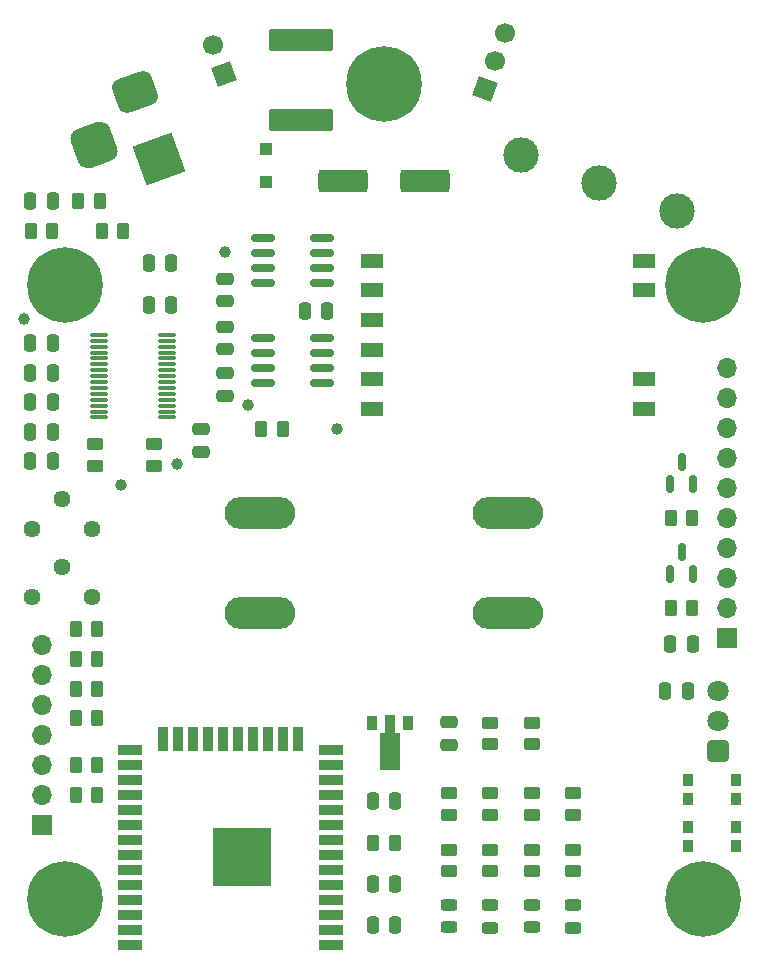
<source format=gbr>
%TF.GenerationSoftware,KiCad,Pcbnew,(6.0.0-0)*%
%TF.CreationDate,2022-04-04T00:05:15-05:00*%
%TF.ProjectId,SmartNeonPSU,536d6172-744e-4656-9f6e-5053552e6b69,rev?*%
%TF.SameCoordinates,Original*%
%TF.FileFunction,Soldermask,Top*%
%TF.FilePolarity,Negative*%
%FSLAX46Y46*%
G04 Gerber Fmt 4.6, Leading zero omitted, Abs format (unit mm)*
G04 Created by KiCad (PCBNEW (6.0.0-0)) date 2022-04-04 00:05:15*
%MOMM*%
%LPD*%
G01*
G04 APERTURE LIST*
G04 Aperture macros list*
%AMRoundRect*
0 Rectangle with rounded corners*
0 $1 Rounding radius*
0 $2 $3 $4 $5 $6 $7 $8 $9 X,Y pos of 4 corners*
0 Add a 4 corners polygon primitive as box body*
4,1,4,$2,$3,$4,$5,$6,$7,$8,$9,$2,$3,0*
0 Add four circle primitives for the rounded corners*
1,1,$1+$1,$2,$3*
1,1,$1+$1,$4,$5*
1,1,$1+$1,$6,$7*
1,1,$1+$1,$8,$9*
0 Add four rect primitives between the rounded corners*
20,1,$1+$1,$2,$3,$4,$5,0*
20,1,$1+$1,$4,$5,$6,$7,0*
20,1,$1+$1,$6,$7,$8,$9,0*
20,1,$1+$1,$8,$9,$2,$3,0*%
%AMHorizOval*
0 Thick line with rounded ends*
0 $1 width*
0 $2 $3 position (X,Y) of the first rounded end (center of the circle)*
0 $4 $5 position (X,Y) of the second rounded end (center of the circle)*
0 Add line between two ends*
20,1,$1,$2,$3,$4,$5,0*
0 Add two circle primitives to create the rounded ends*
1,1,$1,$2,$3*
1,1,$1,$4,$5*%
%AMRotRect*
0 Rectangle, with rotation*
0 The origin of the aperture is its center*
0 $1 length*
0 $2 width*
0 $3 Rotation angle, in degrees counterclockwise*
0 Add horizontal line*
21,1,$1,$2,0,0,$3*%
%AMFreePoly0*
4,1,9,3.862500,-0.866500,0.737500,-0.866500,0.737500,-0.450000,-0.737500,-0.450000,-0.737500,0.450000,0.737500,0.450000,0.737500,0.866500,3.862500,0.866500,3.862500,-0.866500,3.862500,-0.866500,$1*%
G04 Aperture macros list end*
%ADD10RoundRect,0.250000X-0.262500X-0.450000X0.262500X-0.450000X0.262500X0.450000X-0.262500X0.450000X0*%
%ADD11RoundRect,0.250000X-0.450000X0.262500X-0.450000X-0.262500X0.450000X-0.262500X0.450000X0.262500X0*%
%ADD12C,3.000000*%
%ADD13C,0.800000*%
%ADD14C,6.400000*%
%ADD15RoundRect,0.075000X-0.662500X-0.075000X0.662500X-0.075000X0.662500X0.075000X-0.662500X0.075000X0*%
%ADD16R,0.900000X1.000000*%
%ADD17RoundRect,0.250000X0.262500X0.450000X-0.262500X0.450000X-0.262500X-0.450000X0.262500X-0.450000X0*%
%ADD18RoundRect,0.150000X0.150000X-0.587500X0.150000X0.587500X-0.150000X0.587500X-0.150000X-0.587500X0*%
%ADD19R,0.900000X1.300000*%
%ADD20FreePoly0,270.000000*%
%ADD21RoundRect,0.250000X-0.475000X0.250000X-0.475000X-0.250000X0.475000X-0.250000X0.475000X0.250000X0*%
%ADD22RoundRect,0.250000X0.250000X0.475000X-0.250000X0.475000X-0.250000X-0.475000X0.250000X-0.475000X0*%
%ADD23O,6.000000X2.700000*%
%ADD24C,1.000000*%
%ADD25RoundRect,0.150000X-0.825000X-0.150000X0.825000X-0.150000X0.825000X0.150000X-0.825000X0.150000X0*%
%ADD26RoundRect,0.250200X0.649800X-0.649800X0.649800X0.649800X-0.649800X0.649800X-0.649800X-0.649800X0*%
%ADD27C,1.800000*%
%ADD28RoundRect,0.250000X-0.250000X-0.475000X0.250000X-0.475000X0.250000X0.475000X-0.250000X0.475000X0*%
%ADD29RoundRect,0.243750X0.456250X-0.243750X0.456250X0.243750X-0.456250X0.243750X-0.456250X-0.243750X0*%
%ADD30RoundRect,0.250000X0.450000X-0.262500X0.450000X0.262500X-0.450000X0.262500X-0.450000X-0.262500X0*%
%ADD31C,1.440000*%
%ADD32R,1.700000X1.700000*%
%ADD33O,1.700000X1.700000*%
%ADD34RotRect,1.700000X1.700000X200.000000*%
%ADD35HorizOval,1.700000X0.000000X0.000000X0.000000X0.000000X0*%
%ADD36R,1.910000X1.270000*%
%ADD37RotRect,3.500000X3.500000X290.000000*%
%ADD38RoundRect,0.750000X-1.196208X0.362749X-0.683178X-1.046790X1.196208X-0.362749X0.683178X1.046790X0*%
%ADD39RoundRect,0.875000X-1.121499X0.522963X-0.522963X-1.121499X1.121499X-0.522963X0.522963X1.121499X0*%
%ADD40RoundRect,0.250000X2.475000X-0.712500X2.475000X0.712500X-2.475000X0.712500X-2.475000X-0.712500X0*%
%ADD41RoundRect,0.250000X0.475000X-0.250000X0.475000X0.250000X-0.475000X0.250000X-0.475000X-0.250000X0*%
%ADD42R,2.000000X0.900000*%
%ADD43R,0.900000X2.000000*%
%ADD44R,5.000000X5.000000*%
%ADD45RotRect,1.700000X1.700000X160.000000*%
%ADD46HorizOval,1.700000X0.000000X0.000000X0.000000X0.000000X0*%
%ADD47R,1.100000X1.100000*%
%ADD48RoundRect,0.250000X-1.825000X-0.700000X1.825000X-0.700000X1.825000X0.700000X-1.825000X0.700000X0*%
G04 APERTURE END LIST*
D10*
%TO.C,R23*%
X139587500Y-90450000D03*
X141412500Y-90450000D03*
%TD*%
D11*
%TO.C,R4*%
X159000000Y-115337500D03*
X159000000Y-117162500D03*
%TD*%
D12*
%TO.C,SW3*%
X174773283Y-72049620D03*
X168195435Y-69655479D03*
X161617586Y-67261338D03*
%TD*%
D13*
%TO.C,H4*%
X175302944Y-76602944D03*
X178697056Y-79997056D03*
X178697056Y-76602944D03*
X179400000Y-78300000D03*
X175302944Y-79997056D03*
X177000000Y-80700000D03*
X174600000Y-78300000D03*
X177000000Y-75900000D03*
D14*
X177000000Y-78300000D03*
%TD*%
D15*
%TO.C,U3*%
X125887500Y-82500000D03*
X125887500Y-83000000D03*
X125887500Y-83500000D03*
X125887500Y-84000000D03*
X125887500Y-84500000D03*
X125887500Y-85000000D03*
X125887500Y-85500000D03*
X125887500Y-86000000D03*
X125887500Y-86500000D03*
X125887500Y-87000000D03*
X125887500Y-87500000D03*
X125887500Y-88000000D03*
X125887500Y-88500000D03*
X125887500Y-89000000D03*
X125887500Y-89500000D03*
X131612500Y-89500000D03*
X131612500Y-89000000D03*
X131612500Y-88500000D03*
X131612500Y-88000000D03*
X131612500Y-87500000D03*
X131612500Y-87000000D03*
X131612500Y-86500000D03*
X131612500Y-86000000D03*
X131612500Y-85500000D03*
X131612500Y-85000000D03*
X131612500Y-84500000D03*
X131612500Y-84000000D03*
X131612500Y-83500000D03*
X131612500Y-83000000D03*
X131612500Y-82500000D03*
%TD*%
D10*
%TO.C,R8*%
X123897500Y-107450000D03*
X125722500Y-107450000D03*
%TD*%
D16*
%TO.C,SW2*%
X175700000Y-124200000D03*
X179800000Y-124200000D03*
X179800000Y-125800000D03*
X175700000Y-125800000D03*
%TD*%
D13*
%TO.C,H3*%
X178697056Y-128602944D03*
X175302944Y-128602944D03*
X177000000Y-127900000D03*
X174600000Y-130300000D03*
X175302944Y-131997056D03*
D14*
X177000000Y-130300000D03*
D13*
X178697056Y-131997056D03*
X177000000Y-132700000D03*
X179400000Y-130300000D03*
%TD*%
D17*
%TO.C,R7*%
X125722500Y-121460000D03*
X123897500Y-121460000D03*
%TD*%
D11*
%TO.C,R14*%
X159000000Y-126087500D03*
X159000000Y-127912500D03*
%TD*%
D18*
%TO.C,Q2*%
X174240000Y-95167500D03*
X176140000Y-95167500D03*
X175190000Y-93292500D03*
%TD*%
D19*
%TO.C,U2*%
X152000000Y-115350000D03*
D20*
X150500000Y-115437500D03*
D19*
X149000000Y-115350000D03*
%TD*%
D21*
%TO.C,C4*%
X155500000Y-115300000D03*
X155500000Y-117200000D03*
%TD*%
D11*
%TO.C,R2*%
X155500000Y-121337500D03*
X155500000Y-123162500D03*
%TD*%
D17*
%TO.C,R1*%
X125722500Y-109950000D03*
X123897500Y-109950000D03*
%TD*%
D22*
%TO.C,C3*%
X121950000Y-88200000D03*
X120050000Y-88200000D03*
%TD*%
D23*
%TO.C,J6*%
X160500000Y-97550000D03*
X160500000Y-106050000D03*
%TD*%
D24*
%TO.C,TP6*%
X138500000Y-88450000D03*
%TD*%
D25*
%TO.C,Q4*%
X139775000Y-82795000D03*
X139775000Y-84065000D03*
X139775000Y-85335000D03*
X139775000Y-86605000D03*
X144725000Y-86605000D03*
X144725000Y-85335000D03*
X144725000Y-84065000D03*
X144725000Y-82795000D03*
%TD*%
D26*
%TO.C,U1*%
X178225000Y-117740000D03*
D27*
X178225000Y-115200000D03*
X178225000Y-112660000D03*
%TD*%
D28*
%TO.C,C8*%
X120050000Y-93200000D03*
X121950000Y-93200000D03*
%TD*%
D10*
%TO.C,R19*%
X174277500Y-105660000D03*
X176102500Y-105660000D03*
%TD*%
%TO.C,R6*%
X123897500Y-112450000D03*
X125722500Y-112450000D03*
%TD*%
D11*
%TO.C,R24*%
X130486222Y-91787500D03*
X130486222Y-93612500D03*
%TD*%
D29*
%TO.C,D3*%
X162500000Y-132682725D03*
X162500000Y-130807725D03*
%TD*%
D24*
%TO.C,TP5*%
X136500000Y-75450000D03*
%TD*%
D22*
%TO.C,C11*%
X131950000Y-76450000D03*
X130050000Y-76450000D03*
%TD*%
D30*
%TO.C,R3*%
X162500000Y-123162500D03*
X162500000Y-121337500D03*
%TD*%
D11*
%TO.C,R17*%
X155500000Y-126087500D03*
X155500000Y-127912500D03*
%TD*%
D28*
%TO.C,C7*%
X120050000Y-85700000D03*
X121950000Y-85700000D03*
%TD*%
%TO.C,C14*%
X120050000Y-71200000D03*
X121950000Y-71200000D03*
%TD*%
D11*
%TO.C,R25*%
X125500000Y-91787500D03*
X125500000Y-93612500D03*
%TD*%
D30*
%TO.C,R20*%
X166000000Y-123162500D03*
X166000000Y-121337500D03*
%TD*%
D31*
%TO.C,RV2*%
X120225000Y-104675000D03*
X122765000Y-102135000D03*
X125305000Y-104675000D03*
%TD*%
D17*
%TO.C,R16*%
X121912500Y-73700000D03*
X120087500Y-73700000D03*
%TD*%
D21*
%TO.C,C12*%
X136500000Y-81800000D03*
X136500000Y-83700000D03*
%TD*%
D28*
%TO.C,C10*%
X149050000Y-122000000D03*
X150950000Y-122000000D03*
%TD*%
D29*
%TO.C,D2*%
X166000000Y-132687500D03*
X166000000Y-130812500D03*
%TD*%
D17*
%TO.C,R13*%
X127912500Y-73700000D03*
X126087500Y-73700000D03*
%TD*%
D22*
%TO.C,C20*%
X145200000Y-80450000D03*
X143300000Y-80450000D03*
%TD*%
D24*
%TO.C,TP1*%
X127750000Y-95200000D03*
%TD*%
D23*
%TO.C,J7*%
X139500000Y-106050000D03*
X139500000Y-97550000D03*
%TD*%
D13*
%TO.C,H2*%
X121302944Y-131997056D03*
X124697056Y-128602944D03*
X123000000Y-127900000D03*
X125400000Y-130300000D03*
X123000000Y-132700000D03*
X120600000Y-130300000D03*
X121302944Y-128602944D03*
D14*
X123000000Y-130300000D03*
D13*
X124697056Y-131997056D03*
%TD*%
D32*
%TO.C,J4*%
X121000000Y-124000000D03*
D33*
X121000000Y-121460000D03*
X121000000Y-118920000D03*
X121000000Y-116380000D03*
X121000000Y-113840000D03*
X121000000Y-111300000D03*
X121000000Y-108760000D03*
%TD*%
D11*
%TO.C,R10*%
X162500000Y-115337500D03*
X162500000Y-117162500D03*
%TD*%
D17*
%TO.C,R12*%
X125912500Y-71200000D03*
X124087500Y-71200000D03*
%TD*%
D28*
%TO.C,C18*%
X149050000Y-132500000D03*
X150950000Y-132500000D03*
%TD*%
D10*
%TO.C,R18*%
X174277500Y-98040000D03*
X176102500Y-98040000D03*
%TD*%
%TO.C,R15*%
X149087500Y-125500000D03*
X150912500Y-125500000D03*
%TD*%
D29*
%TO.C,D4*%
X155500000Y-132681414D03*
X155500000Y-130806414D03*
%TD*%
D28*
%TO.C,C9*%
X120050000Y-90700000D03*
X121950000Y-90700000D03*
%TD*%
D34*
%TO.C,J2*%
X136404033Y-60383167D03*
D35*
X135535302Y-57996348D03*
%TD*%
D36*
%TO.C,TR1*%
X149000000Y-76250000D03*
X149000000Y-78750000D03*
X149000000Y-81250000D03*
X149000000Y-83750000D03*
X149000000Y-86250000D03*
X149000000Y-88750000D03*
X172000000Y-88750000D03*
X172000000Y-86250000D03*
X172000000Y-78750000D03*
X172000000Y-76250000D03*
%TD*%
D28*
%TO.C,C13*%
X130050000Y-79988216D03*
X131950000Y-79988216D03*
%TD*%
D22*
%TO.C,C6*%
X121950000Y-83200000D03*
X120050000Y-83200000D03*
%TD*%
D29*
%TO.C,D5*%
X159000000Y-132685346D03*
X159000000Y-130810346D03*
%TD*%
D28*
%TO.C,C5*%
X173785000Y-112660000D03*
X175685000Y-112660000D03*
%TD*%
D37*
%TO.C,J1*%
X130915038Y-67608002D03*
D38*
X128862917Y-61969846D03*
D39*
X125472422Y-66396419D03*
%TD*%
D40*
%TO.C,F1*%
X143000000Y-64337500D03*
X143000000Y-57562500D03*
%TD*%
D24*
%TO.C,TP2*%
X132500000Y-93450000D03*
%TD*%
D41*
%TO.C,C22*%
X134500000Y-92400000D03*
X134500000Y-90500000D03*
%TD*%
D17*
%TO.C,R11*%
X125722500Y-114979974D03*
X123897500Y-114979974D03*
%TD*%
D11*
%TO.C,R22*%
X166000000Y-126087500D03*
X166000000Y-127912500D03*
%TD*%
D13*
%TO.C,H5*%
X147600000Y-61300000D03*
X152400000Y-61300000D03*
X151697056Y-62997056D03*
X151697056Y-59602944D03*
X148302944Y-62997056D03*
D14*
X150000000Y-61300000D03*
D13*
X150000000Y-63700000D03*
X150000000Y-58900000D03*
X148302944Y-59602944D03*
%TD*%
D24*
%TO.C,TP3*%
X119506652Y-81152934D03*
%TD*%
D13*
%TO.C,H1*%
X121302944Y-79997056D03*
X123000000Y-75900000D03*
X124697056Y-79997056D03*
X125400000Y-78300000D03*
X120600000Y-78300000D03*
X124697056Y-76602944D03*
X121302944Y-76602944D03*
X123000000Y-80700000D03*
D14*
X123000000Y-78300000D03*
%TD*%
D11*
%TO.C,R21*%
X162500000Y-126087500D03*
X162500000Y-127912500D03*
%TD*%
D42*
%TO.C,U4*%
X145500000Y-134205000D03*
X145500000Y-132935000D03*
X145500000Y-131665000D03*
X145500000Y-130395000D03*
X145500000Y-129125000D03*
X145500000Y-127855000D03*
X145500000Y-126585000D03*
X145500000Y-125315000D03*
X145500000Y-124045000D03*
X145500000Y-122775000D03*
X145500000Y-121505000D03*
X145500000Y-120235000D03*
X145500000Y-118965000D03*
X145500000Y-117695000D03*
D43*
X142715000Y-116695000D03*
X141445000Y-116695000D03*
X140175000Y-116695000D03*
X138905000Y-116695000D03*
X137635000Y-116695000D03*
X136365000Y-116695000D03*
X135095000Y-116695000D03*
X133825000Y-116695000D03*
X132555000Y-116695000D03*
X131285000Y-116695000D03*
D42*
X128500000Y-117695000D03*
X128500000Y-118965000D03*
X128500000Y-120235000D03*
X128500000Y-121505000D03*
X128500000Y-122775000D03*
X128500000Y-124045000D03*
X128500000Y-125315000D03*
X128500000Y-126585000D03*
X128500000Y-127855000D03*
X128500000Y-129125000D03*
X128500000Y-130395000D03*
X128500000Y-131665000D03*
X128500000Y-132935000D03*
X128500000Y-134205000D03*
D44*
X138000000Y-126705000D03*
%TD*%
D22*
%TO.C,C17*%
X176140000Y-108650000D03*
X174240000Y-108650000D03*
%TD*%
D24*
%TO.C,TP4*%
X146000000Y-90450000D03*
%TD*%
D31*
%TO.C,RV1*%
X120225000Y-98925000D03*
X122765000Y-96385000D03*
X125305000Y-98925000D03*
%TD*%
D18*
%TO.C,Q1*%
X174240000Y-102787500D03*
X176140000Y-102787500D03*
X175190000Y-100912500D03*
%TD*%
D16*
%TO.C,SW1*%
X179800000Y-120200000D03*
X175700000Y-120200000D03*
X179800000Y-121800000D03*
X175700000Y-121800000D03*
%TD*%
D21*
%TO.C,C15*%
X136500000Y-77750000D03*
X136500000Y-79650000D03*
%TD*%
D28*
%TO.C,C19*%
X149050000Y-129000000D03*
X150950000Y-129000000D03*
%TD*%
D21*
%TO.C,C16*%
X136500000Y-85750000D03*
X136500000Y-87650000D03*
%TD*%
D17*
%TO.C,R9*%
X125722500Y-118920000D03*
X123897500Y-118920000D03*
%TD*%
D45*
%TO.C,J5*%
X158500000Y-61700000D03*
D46*
X159368731Y-59313181D03*
X160237462Y-56926361D03*
%TD*%
D30*
%TO.C,R5*%
X159000000Y-123162500D03*
X159000000Y-121337500D03*
%TD*%
D25*
%TO.C,Q3*%
X139775000Y-74295000D03*
X139775000Y-75565000D03*
X139775000Y-76835000D03*
X139775000Y-78105000D03*
X144725000Y-78105000D03*
X144725000Y-76835000D03*
X144725000Y-75565000D03*
X144725000Y-74295000D03*
%TD*%
D47*
%TO.C,D1*%
X140000000Y-69600000D03*
X140000000Y-66800000D03*
%TD*%
D48*
%TO.C,C1*%
X146525000Y-69500000D03*
X153475000Y-69500000D03*
%TD*%
D32*
%TO.C,J3*%
X179000000Y-108200000D03*
D33*
X179000000Y-105660000D03*
X179000000Y-103120000D03*
X179000000Y-100580000D03*
X179000000Y-98040000D03*
X179000000Y-95500000D03*
X179000000Y-92960000D03*
X179000000Y-90420000D03*
X179000000Y-87880000D03*
X179000000Y-85340000D03*
%TD*%
M02*

</source>
